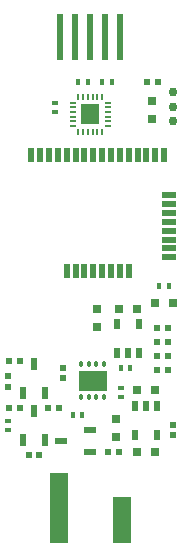
<source format=gtp>
G04*
G04 #@! TF.GenerationSoftware,Altium Limited,Altium Designer,21.0.8 (223)*
G04*
G04 Layer_Color=8421504*
%FSLAX24Y24*%
%MOIN*%
G70*
G04*
G04 #@! TF.SameCoordinates,0C60853F-5807-4D95-8285-97C70BD38C20*
G04*
G04*
G04 #@! TF.FilePolarity,Positive*
G04*
G01*
G75*
%ADD17C,0.0295*%
%ADD18R,0.0591X0.1575*%
%ADD19R,0.0591X0.2362*%
%ADD20R,0.0236X0.0394*%
%ADD21R,0.0394X0.0236*%
%ADD22O,0.0236X0.0079*%
%ADD23O,0.0079X0.0236*%
%ADD24R,0.0606X0.0669*%
%ADD25R,0.0217X0.0217*%
%ADD26R,0.0217X0.0217*%
%ADD27R,0.0315X0.0315*%
%ADD28R,0.0315X0.0315*%
%ADD29R,0.0217X0.0335*%
%ADD30R,0.0157X0.0197*%
%ADD31R,0.0945X0.0650*%
%ADD32O,0.0118X0.0236*%
%ADD33R,0.0197X0.0157*%
%ADD34R,0.0236X0.1575*%
%ADD35R,0.0197X0.0472*%
%ADD36R,0.0472X0.0197*%
D17*
X2756Y15059D02*
D03*
Y14567D02*
D03*
Y14075D02*
D03*
D18*
X1043Y787D02*
D03*
D19*
X-1043Y1181D02*
D03*
D20*
X-1870Y5984D02*
D03*
X-1496Y5039D02*
D03*
X-2244D02*
D03*
X-1870Y4409D02*
D03*
X-1496Y3465D02*
D03*
X-2244Y3465D02*
D03*
D21*
X-965Y3425D02*
D03*
X-20Y3799D02*
D03*
Y3051D02*
D03*
D22*
X591Y13917D02*
D03*
Y14075D02*
D03*
Y14232D02*
D03*
Y14390D02*
D03*
Y14547D02*
D03*
Y14705D02*
D03*
X-591D02*
D03*
Y14547D02*
D03*
Y14390D02*
D03*
Y14232D02*
D03*
Y14075D02*
D03*
Y13917D02*
D03*
D23*
X394Y14902D02*
D03*
X236D02*
D03*
X79D02*
D03*
X-79D02*
D03*
X-236D02*
D03*
X-394D02*
D03*
Y13720D02*
D03*
X-236D02*
D03*
X-79D02*
D03*
X79D02*
D03*
X236D02*
D03*
X394D02*
D03*
D24*
X0Y14311D02*
D03*
D25*
X-2343Y4528D02*
D03*
X-2697D02*
D03*
X-2343Y6102D02*
D03*
X-2697D02*
D03*
X2244Y15394D02*
D03*
X1890D02*
D03*
X-1043Y4528D02*
D03*
X-1398D02*
D03*
X-2047Y2953D02*
D03*
X-1693D02*
D03*
X2579Y5787D02*
D03*
X2224D02*
D03*
X2579Y7205D02*
D03*
X2224D02*
D03*
X591Y3051D02*
D03*
X945D02*
D03*
X2224Y6260D02*
D03*
X2579D02*
D03*
X2224Y6732D02*
D03*
X2579D02*
D03*
D26*
X-2756Y5591D02*
D03*
Y5236D02*
D03*
X2756Y3967D02*
D03*
Y3612D02*
D03*
X-906Y5512D02*
D03*
Y5866D02*
D03*
D27*
X2067Y14173D02*
D03*
Y14764D02*
D03*
X965Y7835D02*
D03*
X1555D02*
D03*
Y5118D02*
D03*
X2146D02*
D03*
X1555Y3051D02*
D03*
X2146D02*
D03*
X2165Y8012D02*
D03*
X2756D02*
D03*
D28*
X866Y4154D02*
D03*
Y3563D02*
D03*
X236Y7815D02*
D03*
Y7224D02*
D03*
D29*
X886Y6368D02*
D03*
X1260D02*
D03*
X1634D02*
D03*
Y7333D02*
D03*
X886D02*
D03*
X2224Y4577D02*
D03*
X1850D02*
D03*
X1476D02*
D03*
Y3612D02*
D03*
X2224D02*
D03*
D30*
X1024Y5866D02*
D03*
X1339D02*
D03*
X-591Y4291D02*
D03*
X-276D02*
D03*
X394Y15394D02*
D03*
X709D02*
D03*
X-79D02*
D03*
X-394D02*
D03*
X2618Y8602D02*
D03*
X2303D02*
D03*
D31*
X79Y5433D02*
D03*
D32*
X463Y4882D02*
D03*
X207D02*
D03*
X-49D02*
D03*
X-305D02*
D03*
Y5984D02*
D03*
X-49D02*
D03*
X207D02*
D03*
X463D02*
D03*
D33*
X-2756Y3780D02*
D03*
Y4094D02*
D03*
X1024Y5197D02*
D03*
Y4882D02*
D03*
X-1181Y14705D02*
D03*
Y14390D02*
D03*
D34*
X500Y16890D02*
D03*
X1000D02*
D03*
X-1000D02*
D03*
X-500D02*
D03*
X0D02*
D03*
D35*
X-787Y9094D02*
D03*
X1280D02*
D03*
X689D02*
D03*
X984D02*
D03*
X-492D02*
D03*
X98D02*
D03*
X-197D02*
D03*
X394D02*
D03*
X-1083Y12953D02*
D03*
X-1673D02*
D03*
X-1378D02*
D03*
X-1968D02*
D03*
X394D02*
D03*
X-197D02*
D03*
X98D02*
D03*
X-787D02*
D03*
X-492D02*
D03*
X984D02*
D03*
X689D02*
D03*
X1575D02*
D03*
X1280D02*
D03*
X1870D02*
D03*
X2165D02*
D03*
X2461D02*
D03*
D36*
X2638Y11614D02*
D03*
Y11319D02*
D03*
Y9547D02*
D03*
Y9843D02*
D03*
Y10138D02*
D03*
Y10433D02*
D03*
Y10728D02*
D03*
Y11024D02*
D03*
M02*

</source>
